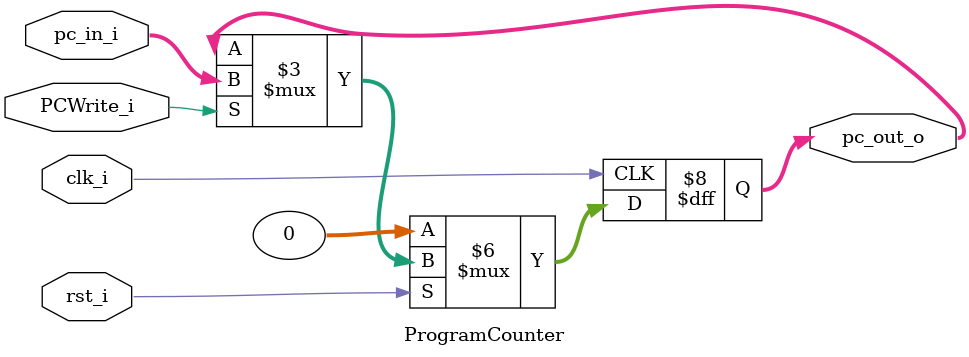
<source format=v>

module ProgramCounter(
    clk_i,
	rst_i,
	pc_in_i,
	PCWrite_i,
	pc_out_o
	);
     
//I/O ports
input           clk_i;
input	        rst_i;
input           PCWrite_i;
input  [32-1:0] pc_in_i;
output [32-1:0] pc_out_o;
 
//Internal Signals
reg    [32-1:0] pc_out_o;
 
//Parameter

    
//Main function
always @(posedge clk_i) begin
    if(~rst_i)
	    pc_out_o <= 0;
	else if(PCWrite_i)
	   pc_out_o <= pc_in_i;
end

endmodule



                    
                    
</source>
